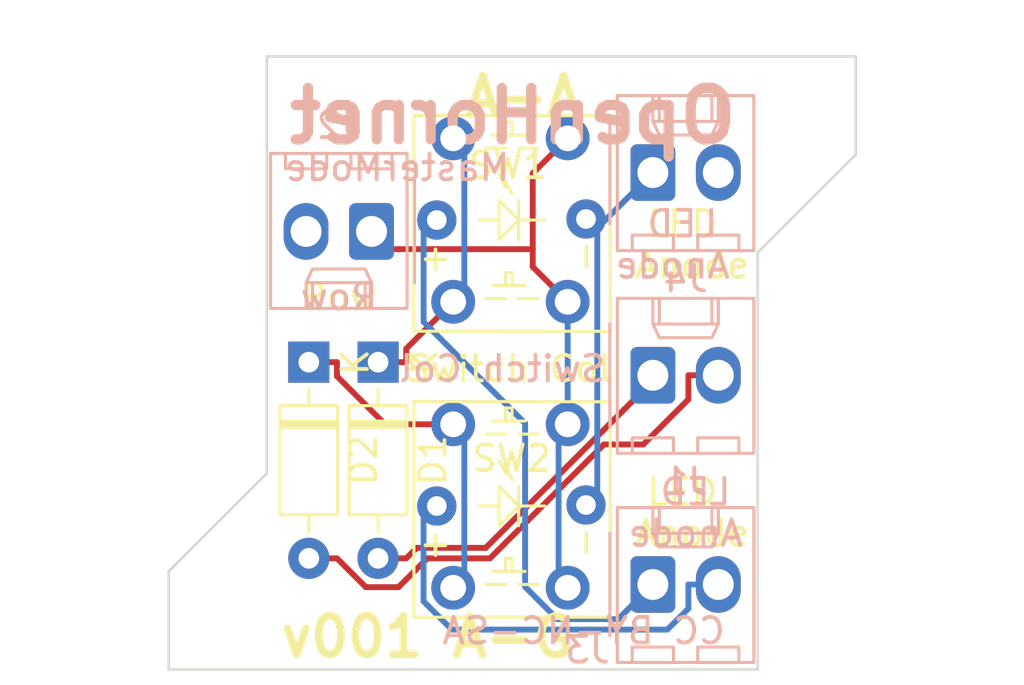
<source format=kicad_pcb>
(kicad_pcb (version 20171130) (host pcbnew "(5.1.5-0-10_14)")

  (general
    (thickness 1.6)
    (drawings 22)
    (tracks 57)
    (zones 0)
    (modules 10)
    (nets 11)
  )

  (page A4)
  (layers
    (0 F.Cu signal)
    (31 B.Cu signal)
    (32 B.Adhes user)
    (33 F.Adhes user)
    (34 B.Paste user)
    (35 F.Paste user)
    (36 B.SilkS user)
    (37 F.SilkS user)
    (38 B.Mask user)
    (39 F.Mask user)
    (40 Dwgs.User user)
    (41 Cmts.User user)
    (42 Eco1.User user)
    (43 Eco2.User user)
    (44 Edge.Cuts user)
    (45 Margin user)
    (46 B.CrtYd user)
    (47 F.CrtYd user)
    (48 B.Fab user)
    (49 F.Fab user)
  )

  (setup
    (last_trace_width 0.2286)
    (user_trace_width 0.6096)
    (trace_clearance 0.1778)
    (zone_clearance 0.508)
    (zone_45_only no)
    (trace_min 0.2)
    (via_size 0.6)
    (via_drill 0.4)
    (via_min_size 0.4)
    (via_min_drill 0.3)
    (uvia_size 0.3)
    (uvia_drill 0.1)
    (uvias_allowed no)
    (uvia_min_size 0.2)
    (uvia_min_drill 0.1)
    (edge_width 0.15)
    (segment_width 0.2)
    (pcb_text_width 0.3)
    (pcb_text_size 1.5 1.5)
    (mod_edge_width 0.15)
    (mod_text_size 1 1)
    (mod_text_width 0.15)
    (pad_size 0.6 0.6)
    (pad_drill 0.4)
    (pad_to_mask_clearance 0.2)
    (aux_axis_origin 144.74648 106.74748)
    (grid_origin 144.74648 106.74748)
    (visible_elements 7FFFFFFF)
    (pcbplotparams
      (layerselection 0x010f0_ffffffff)
      (usegerberextensions false)
      (usegerberattributes false)
      (usegerberadvancedattributes false)
      (creategerberjobfile false)
      (excludeedgelayer true)
      (linewidth 0.100000)
      (plotframeref false)
      (viasonmask false)
      (mode 1)
      (useauxorigin false)
      (hpglpennumber 1)
      (hpglpenspeed 20)
      (hpglpendiameter 15.000000)
      (psnegative false)
      (psa4output false)
      (plotreference true)
      (plotvalue true)
      (plotinvisibletext false)
      (padsonsilk false)
      (subtractmaskfromsilk false)
      (outputformat 1)
      (mirror false)
      (drillshape 0)
      (scaleselection 1)
      (outputdirectory "manufacturing/gerber/"))
  )

  (net 0 "")
  (net 1 "Net-(D1-Pad1)")
  (net 2 "Net-(D1-Pad2)")
  (net 3 "Net-(D2-Pad2)")
  (net 4 "Net-(D2-Pad1)")
  (net 5 "Net-(J2-Pad2)")
  (net 6 "Net-(J2-Pad1)")
  (net 7 "Net-(J3-Pad2)")
  (net 8 "Net-(J3-Pad1)")
  (net 9 "Net-(J4-Pad2)")
  (net 10 "Net-(J4-Pad1)")

  (net_class Default "This is the default net class."
    (clearance 0.1778)
    (trace_width 0.2286)
    (via_dia 0.6)
    (via_drill 0.4)
    (uvia_dia 0.3)
    (uvia_drill 0.1)
    (add_net "Net-(D1-Pad1)")
    (add_net "Net-(D1-Pad2)")
    (add_net "Net-(D2-Pad1)")
    (add_net "Net-(D2-Pad2)")
    (add_net "Net-(J2-Pad1)")
    (add_net "Net-(J2-Pad2)")
    (add_net "Net-(J3-Pad1)")
    (add_net "Net-(J3-Pad2)")
    (add_net "Net-(J4-Pad1)")
    (add_net "Net-(J4-Pad2)")
  )

  (net_class power ""
    (clearance 0.2032)
    (trace_width 0.381)
    (via_dia 0.6)
    (via_drill 0.4)
    (uvia_dia 0.3)
    (uvia_drill 0.1)
  )

  (module PT_Library_v001:Molex_1x02_P2.54mm_Vertical (layer B.Cu) (tedit 5B78013E) (tstamp 5EE57CE3)
    (at 140.682 87.4435)
    (descr "Molex KK-254 Interconnect System, old/engineering part number: AE-6410-02A example for new part number: 22-27-2021, 2 Pins (http://www.molex.com/pdm_docs/sd/022272021_sd.pdf), generated with kicad-footprint-generator")
    (tags "connector Molex KK-254 side entry")
    (path /5EE63788)
    (fp_text reference J4 (at 1.27 4.12) (layer B.SilkS)
      (effects (font (size 1 1) (thickness 0.15)) (justify mirror))
    )
    (fp_text value Conn_01x02_Female (at 1.27 -4.08) (layer B.Fab)
      (effects (font (size 1 1) (thickness 0.15)) (justify mirror))
    )
    (fp_text user %R (at 1.27 2.22) (layer B.Fab)
      (effects (font (size 1 1) (thickness 0.15)) (justify mirror))
    )
    (fp_line (start 4.31 3.42) (end -1.77 3.42) (layer B.CrtYd) (width 0.05))
    (fp_line (start 4.31 -3.38) (end 4.31 3.42) (layer B.CrtYd) (width 0.05))
    (fp_line (start -1.77 -3.38) (end 4.31 -3.38) (layer B.CrtYd) (width 0.05))
    (fp_line (start -1.77 3.42) (end -1.77 -3.38) (layer B.CrtYd) (width 0.05))
    (fp_line (start 3.34 2.43) (end 3.34 3.03) (layer B.SilkS) (width 0.12))
    (fp_line (start 1.74 2.43) (end 3.34 2.43) (layer B.SilkS) (width 0.12))
    (fp_line (start 1.74 3.03) (end 1.74 2.43) (layer B.SilkS) (width 0.12))
    (fp_line (start 0.8 2.43) (end 0.8 3.03) (layer B.SilkS) (width 0.12))
    (fp_line (start -0.8 2.43) (end 0.8 2.43) (layer B.SilkS) (width 0.12))
    (fp_line (start -0.8 3.03) (end -0.8 2.43) (layer B.SilkS) (width 0.12))
    (fp_line (start 2.29 -2.99) (end 2.29 -1.99) (layer B.SilkS) (width 0.12))
    (fp_line (start 0.25 -2.99) (end 0.25 -1.99) (layer B.SilkS) (width 0.12))
    (fp_line (start 2.29 -1.46) (end 2.54 -1.99) (layer B.SilkS) (width 0.12))
    (fp_line (start 0.25 -1.46) (end 2.29 -1.46) (layer B.SilkS) (width 0.12))
    (fp_line (start 0 -1.99) (end 0.25 -1.46) (layer B.SilkS) (width 0.12))
    (fp_line (start 2.54 -1.99) (end 2.54 -2.99) (layer B.SilkS) (width 0.12))
    (fp_line (start 0 -1.99) (end 2.54 -1.99) (layer B.SilkS) (width 0.12))
    (fp_line (start 0 -2.99) (end 0 -1.99) (layer B.SilkS) (width 0.12))
    (fp_line (start -0.562893 0) (end -1.27 -0.5) (layer B.Fab) (width 0.1))
    (fp_line (start -1.27 0.5) (end -0.562893 0) (layer B.Fab) (width 0.1))
    (fp_line (start -1.67 2) (end -1.67 -2) (layer B.SilkS) (width 0.12))
    (fp_line (start 3.92 3.03) (end -1.38 3.03) (layer B.SilkS) (width 0.12))
    (fp_line (start 3.92 -2.99) (end 3.92 3.03) (layer B.SilkS) (width 0.12))
    (fp_line (start -1.38 -2.99) (end 3.92 -2.99) (layer B.SilkS) (width 0.12))
    (fp_line (start -1.38 3.03) (end -1.38 -2.99) (layer B.SilkS) (width 0.12))
    (fp_line (start 3.81 2.92) (end -1.27 2.92) (layer B.Fab) (width 0.1))
    (fp_line (start 3.81 -2.88) (end 3.81 2.92) (layer B.Fab) (width 0.1))
    (fp_line (start -1.27 -2.88) (end 3.81 -2.88) (layer B.Fab) (width 0.1))
    (fp_line (start -1.27 2.92) (end -1.27 -2.88) (layer B.Fab) (width 0.1))
    (pad 2 thru_hole oval (at 2.54 0) (size 1.74 2.2) (drill 1.2) (layers *.Cu *.Mask)
      (net 9 "Net-(J4-Pad2)"))
    (pad 1 thru_hole roundrect (at 0 0) (size 1.74 2.2) (drill 1.2) (layers *.Cu *.Mask) (roundrect_rratio 0.143678)
      (net 10 "Net-(J4-Pad1)"))
    (model ${KISYS3DMOD}/Connector_Molex.3dshapes/Molex_KK-254_AE-6410-02A_1x02_P2.54mm_Vertical.wrl
      (at (xyz 0 0 0))
      (scale (xyz 1 1 1))
      (rotate (xyz 0 0 0))
    )
  )

  (module PT_Library_v001:Molex_1x02_P2.54mm_Vertical (layer B.Cu) (tedit 5B78013E) (tstamp 5EE57CBF)
    (at 140.682 103.445)
    (descr "Molex KK-254 Interconnect System, old/engineering part number: AE-6410-02A example for new part number: 22-27-2021, 2 Pins (http://www.molex.com/pdm_docs/sd/022272021_sd.pdf), generated with kicad-footprint-generator")
    (tags "connector Molex KK-254 side entry")
    (path /5EE6322E)
    (fp_text reference J3 (at -2.53952 2.54048) (layer B.SilkS)
      (effects (font (size 1 1) (thickness 0.15)) (justify mirror))
    )
    (fp_text value Conn_01x02_Female (at 1.27 -4.08) (layer B.Fab)
      (effects (font (size 1 1) (thickness 0.15)) (justify mirror))
    )
    (fp_text user %R (at 1.27 2.22) (layer B.Fab)
      (effects (font (size 1 1) (thickness 0.15)) (justify mirror))
    )
    (fp_line (start 4.31 3.42) (end -1.77 3.42) (layer B.CrtYd) (width 0.05))
    (fp_line (start 4.31 -3.38) (end 4.31 3.42) (layer B.CrtYd) (width 0.05))
    (fp_line (start -1.77 -3.38) (end 4.31 -3.38) (layer B.CrtYd) (width 0.05))
    (fp_line (start -1.77 3.42) (end -1.77 -3.38) (layer B.CrtYd) (width 0.05))
    (fp_line (start 3.34 2.43) (end 3.34 3.03) (layer B.SilkS) (width 0.12))
    (fp_line (start 1.74 2.43) (end 3.34 2.43) (layer B.SilkS) (width 0.12))
    (fp_line (start 1.74 3.03) (end 1.74 2.43) (layer B.SilkS) (width 0.12))
    (fp_line (start 0.8 2.43) (end 0.8 3.03) (layer B.SilkS) (width 0.12))
    (fp_line (start -0.8 2.43) (end 0.8 2.43) (layer B.SilkS) (width 0.12))
    (fp_line (start -0.8 3.03) (end -0.8 2.43) (layer B.SilkS) (width 0.12))
    (fp_line (start 2.29 -2.99) (end 2.29 -1.99) (layer B.SilkS) (width 0.12))
    (fp_line (start 0.25 -2.99) (end 0.25 -1.99) (layer B.SilkS) (width 0.12))
    (fp_line (start 2.29 -1.46) (end 2.54 -1.99) (layer B.SilkS) (width 0.12))
    (fp_line (start 0.25 -1.46) (end 2.29 -1.46) (layer B.SilkS) (width 0.12))
    (fp_line (start 0 -1.99) (end 0.25 -1.46) (layer B.SilkS) (width 0.12))
    (fp_line (start 2.54 -1.99) (end 2.54 -2.99) (layer B.SilkS) (width 0.12))
    (fp_line (start 0 -1.99) (end 2.54 -1.99) (layer B.SilkS) (width 0.12))
    (fp_line (start 0 -2.99) (end 0 -1.99) (layer B.SilkS) (width 0.12))
    (fp_line (start -0.562893 0) (end -1.27 -0.5) (layer B.Fab) (width 0.1))
    (fp_line (start -1.27 0.5) (end -0.562893 0) (layer B.Fab) (width 0.1))
    (fp_line (start -1.67 2) (end -1.67 -2) (layer B.SilkS) (width 0.12))
    (fp_line (start 3.92 3.03) (end -1.38 3.03) (layer B.SilkS) (width 0.12))
    (fp_line (start 3.92 -2.99) (end 3.92 3.03) (layer B.SilkS) (width 0.12))
    (fp_line (start -1.38 -2.99) (end 3.92 -2.99) (layer B.SilkS) (width 0.12))
    (fp_line (start -1.38 3.03) (end -1.38 -2.99) (layer B.SilkS) (width 0.12))
    (fp_line (start 3.81 2.92) (end -1.27 2.92) (layer B.Fab) (width 0.1))
    (fp_line (start 3.81 -2.88) (end 3.81 2.92) (layer B.Fab) (width 0.1))
    (fp_line (start -1.27 -2.88) (end 3.81 -2.88) (layer B.Fab) (width 0.1))
    (fp_line (start -1.27 2.92) (end -1.27 -2.88) (layer B.Fab) (width 0.1))
    (pad 2 thru_hole oval (at 2.54 0) (size 1.74 2.2) (drill 1.2) (layers *.Cu *.Mask)
      (net 7 "Net-(J3-Pad2)"))
    (pad 1 thru_hole roundrect (at 0 0) (size 1.74 2.2) (drill 1.2) (layers *.Cu *.Mask) (roundrect_rratio 0.143678)
      (net 8 "Net-(J3-Pad1)"))
    (model ${KISYS3DMOD}/Connector_Molex.3dshapes/Molex_KK-254_AE-6410-02A_1x02_P2.54mm_Vertical.wrl
      (at (xyz 0 0 0))
      (scale (xyz 1 1 1))
      (rotate (xyz 0 0 0))
    )
  )

  (module PT_Library_v001:Molex_1x02_P2.54mm_Vertical (layer B.Cu) (tedit 5B78013E) (tstamp 5EE57C9B)
    (at 129.76 89.7295 180)
    (descr "Molex KK-254 Interconnect System, old/engineering part number: AE-6410-02A example for new part number: 22-27-2021, 2 Pins (http://www.molex.com/pdm_docs/sd/022272021_sd.pdf), generated with kicad-footprint-generator")
    (tags "connector Molex KK-254 side entry")
    (path /5EE6287D)
    (fp_text reference J2 (at 1.27 4.12) (layer B.SilkS)
      (effects (font (size 1 1) (thickness 0.15)) (justify mirror))
    )
    (fp_text value Conn_01x02_Female (at 1.27 -4.08) (layer B.Fab)
      (effects (font (size 1 1) (thickness 0.15)) (justify mirror))
    )
    (fp_text user %R (at 1.27 2.22) (layer B.Fab)
      (effects (font (size 1 1) (thickness 0.15)) (justify mirror))
    )
    (fp_line (start 4.31 3.42) (end -1.77 3.42) (layer B.CrtYd) (width 0.05))
    (fp_line (start 4.31 -3.38) (end 4.31 3.42) (layer B.CrtYd) (width 0.05))
    (fp_line (start -1.77 -3.38) (end 4.31 -3.38) (layer B.CrtYd) (width 0.05))
    (fp_line (start -1.77 3.42) (end -1.77 -3.38) (layer B.CrtYd) (width 0.05))
    (fp_line (start 3.34 2.43) (end 3.34 3.03) (layer B.SilkS) (width 0.12))
    (fp_line (start 1.74 2.43) (end 3.34 2.43) (layer B.SilkS) (width 0.12))
    (fp_line (start 1.74 3.03) (end 1.74 2.43) (layer B.SilkS) (width 0.12))
    (fp_line (start 0.8 2.43) (end 0.8 3.03) (layer B.SilkS) (width 0.12))
    (fp_line (start -0.8 2.43) (end 0.8 2.43) (layer B.SilkS) (width 0.12))
    (fp_line (start -0.8 3.03) (end -0.8 2.43) (layer B.SilkS) (width 0.12))
    (fp_line (start 2.29 -2.99) (end 2.29 -1.99) (layer B.SilkS) (width 0.12))
    (fp_line (start 0.25 -2.99) (end 0.25 -1.99) (layer B.SilkS) (width 0.12))
    (fp_line (start 2.29 -1.46) (end 2.54 -1.99) (layer B.SilkS) (width 0.12))
    (fp_line (start 0.25 -1.46) (end 2.29 -1.46) (layer B.SilkS) (width 0.12))
    (fp_line (start 0 -1.99) (end 0.25 -1.46) (layer B.SilkS) (width 0.12))
    (fp_line (start 2.54 -1.99) (end 2.54 -2.99) (layer B.SilkS) (width 0.12))
    (fp_line (start 0 -1.99) (end 2.54 -1.99) (layer B.SilkS) (width 0.12))
    (fp_line (start 0 -2.99) (end 0 -1.99) (layer B.SilkS) (width 0.12))
    (fp_line (start -0.562893 0) (end -1.27 -0.5) (layer B.Fab) (width 0.1))
    (fp_line (start -1.27 0.5) (end -0.562893 0) (layer B.Fab) (width 0.1))
    (fp_line (start -1.67 2) (end -1.67 -2) (layer B.SilkS) (width 0.12))
    (fp_line (start 3.92 3.03) (end -1.38 3.03) (layer B.SilkS) (width 0.12))
    (fp_line (start 3.92 -2.99) (end 3.92 3.03) (layer B.SilkS) (width 0.12))
    (fp_line (start -1.38 -2.99) (end 3.92 -2.99) (layer B.SilkS) (width 0.12))
    (fp_line (start -1.38 3.03) (end -1.38 -2.99) (layer B.SilkS) (width 0.12))
    (fp_line (start 3.81 2.92) (end -1.27 2.92) (layer B.Fab) (width 0.1))
    (fp_line (start 3.81 -2.88) (end 3.81 2.92) (layer B.Fab) (width 0.1))
    (fp_line (start -1.27 -2.88) (end 3.81 -2.88) (layer B.Fab) (width 0.1))
    (fp_line (start -1.27 2.92) (end -1.27 -2.88) (layer B.Fab) (width 0.1))
    (pad 2 thru_hole oval (at 2.54 0 180) (size 1.74 2.2) (drill 1.2) (layers *.Cu *.Mask)
      (net 5 "Net-(J2-Pad2)"))
    (pad 1 thru_hole roundrect (at 0 0 180) (size 1.74 2.2) (drill 1.2) (layers *.Cu *.Mask) (roundrect_rratio 0.143678)
      (net 6 "Net-(J2-Pad1)"))
    (model ${KISYS3DMOD}/Connector_Molex.3dshapes/Molex_KK-254_AE-6410-02A_1x02_P2.54mm_Vertical.wrl
      (at (xyz 0 0 0))
      (scale (xyz 1 1 1))
      (rotate (xyz 0 0 0))
    )
  )

  (module PT_Library_v001:Molex_1x02_P2.54mm_Vertical (layer B.Cu) (tedit 5B78013E) (tstamp 5EE57C77)
    (at 140.682 95.3175)
    (descr "Molex KK-254 Interconnect System, old/engineering part number: AE-6410-02A example for new part number: 22-27-2021, 2 Pins (http://www.molex.com/pdm_docs/sd/022272021_sd.pdf), generated with kicad-footprint-generator")
    (tags "connector Molex KK-254 side entry")
    (path /5EE61859)
    (fp_text reference J1 (at 1.27 4.12) (layer B.SilkS)
      (effects (font (size 1 1) (thickness 0.15)) (justify mirror))
    )
    (fp_text value Conn_01x02_Female (at 1.27 -4.08) (layer B.Fab)
      (effects (font (size 1 1) (thickness 0.15)) (justify mirror))
    )
    (fp_text user %R (at 1.27 2.22) (layer B.Fab)
      (effects (font (size 1 1) (thickness 0.15)) (justify mirror))
    )
    (fp_line (start 4.31 3.42) (end -1.77 3.42) (layer B.CrtYd) (width 0.05))
    (fp_line (start 4.31 -3.38) (end 4.31 3.42) (layer B.CrtYd) (width 0.05))
    (fp_line (start -1.77 -3.38) (end 4.31 -3.38) (layer B.CrtYd) (width 0.05))
    (fp_line (start -1.77 3.42) (end -1.77 -3.38) (layer B.CrtYd) (width 0.05))
    (fp_line (start 3.34 2.43) (end 3.34 3.03) (layer B.SilkS) (width 0.12))
    (fp_line (start 1.74 2.43) (end 3.34 2.43) (layer B.SilkS) (width 0.12))
    (fp_line (start 1.74 3.03) (end 1.74 2.43) (layer B.SilkS) (width 0.12))
    (fp_line (start 0.8 2.43) (end 0.8 3.03) (layer B.SilkS) (width 0.12))
    (fp_line (start -0.8 2.43) (end 0.8 2.43) (layer B.SilkS) (width 0.12))
    (fp_line (start -0.8 3.03) (end -0.8 2.43) (layer B.SilkS) (width 0.12))
    (fp_line (start 2.29 -2.99) (end 2.29 -1.99) (layer B.SilkS) (width 0.12))
    (fp_line (start 0.25 -2.99) (end 0.25 -1.99) (layer B.SilkS) (width 0.12))
    (fp_line (start 2.29 -1.46) (end 2.54 -1.99) (layer B.SilkS) (width 0.12))
    (fp_line (start 0.25 -1.46) (end 2.29 -1.46) (layer B.SilkS) (width 0.12))
    (fp_line (start 0 -1.99) (end 0.25 -1.46) (layer B.SilkS) (width 0.12))
    (fp_line (start 2.54 -1.99) (end 2.54 -2.99) (layer B.SilkS) (width 0.12))
    (fp_line (start 0 -1.99) (end 2.54 -1.99) (layer B.SilkS) (width 0.12))
    (fp_line (start 0 -2.99) (end 0 -1.99) (layer B.SilkS) (width 0.12))
    (fp_line (start -0.562893 0) (end -1.27 -0.5) (layer B.Fab) (width 0.1))
    (fp_line (start -1.27 0.5) (end -0.562893 0) (layer B.Fab) (width 0.1))
    (fp_line (start -1.67 2) (end -1.67 -2) (layer B.SilkS) (width 0.12))
    (fp_line (start 3.92 3.03) (end -1.38 3.03) (layer B.SilkS) (width 0.12))
    (fp_line (start 3.92 -2.99) (end 3.92 3.03) (layer B.SilkS) (width 0.12))
    (fp_line (start -1.38 -2.99) (end 3.92 -2.99) (layer B.SilkS) (width 0.12))
    (fp_line (start -1.38 3.03) (end -1.38 -2.99) (layer B.SilkS) (width 0.12))
    (fp_line (start 3.81 2.92) (end -1.27 2.92) (layer B.Fab) (width 0.1))
    (fp_line (start 3.81 -2.88) (end 3.81 2.92) (layer B.Fab) (width 0.1))
    (fp_line (start -1.27 -2.88) (end 3.81 -2.88) (layer B.Fab) (width 0.1))
    (fp_line (start -1.27 2.92) (end -1.27 -2.88) (layer B.Fab) (width 0.1))
    (pad 2 thru_hole oval (at 2.54 0) (size 1.74 2.2) (drill 1.2) (layers *.Cu *.Mask)
      (net 3 "Net-(D2-Pad2)"))
    (pad 1 thru_hole roundrect (at 0 0) (size 1.74 2.2) (drill 1.2) (layers *.Cu *.Mask) (roundrect_rratio 0.143678)
      (net 2 "Net-(D1-Pad2)"))
    (model ${KISYS3DMOD}/Connector_Molex.3dshapes/Molex_KK-254_AE-6410-02A_1x02_P2.54mm_Vertical.wrl
      (at (xyz 0 0 0))
      (scale (xyz 1 1 1))
      (rotate (xyz 0 0 0))
    )
  )

  (module PT_Library_v001:PT_Small_Tactile_Switch_With_LED (layer F.Cu) (tedit 5EE4152B) (tstamp 5A9A0E10)
    (at 135.216 100.397 90)
    (path /5A8A41DA)
    (fp_text reference SW2 (at 1.85 -0.02) (layer F.SilkS)
      (effects (font (size 1 1) (thickness 0.15)))
    )
    (fp_text value push (at 0 -0.5 90) (layer F.Fab)
      (effects (font (size 1 1) (thickness 0.15)))
    )
    (fp_line (start -4.318 -3.81) (end -3.048 -3.81) (layer F.SilkS) (width 0.12))
    (fp_line (start -4.32 3.81) (end -4.318 -3.81) (layer F.SilkS) (width 0.12))
    (fp_line (start 4.07 3.81) (end -4.312 3.81) (layer F.SilkS) (width 0.12))
    (fp_line (start 4.064 -3.81) (end 4.05 3.81) (layer F.SilkS) (width 0.12))
    (fp_line (start -4.064 -3.81) (end 4.064 -3.81) (layer F.SilkS) (width 0.12))
    (fp_text user - (at -1.42 2.81 90) (layer F.SilkS)
      (effects (font (size 1 1) (thickness 0.15)))
    )
    (fp_line (start 3.81 0) (end 3.302 0) (layer F.SilkS) (width 0.12))
    (fp_line (start 2.794 -1.016) (end 2.794 -0.254) (layer F.SilkS) (width 0.12))
    (fp_line (start 3.81 -0.254) (end 3.81 0) (layer F.SilkS) (width 0.12))
    (fp_line (start 3.302 -0.762) (end 3.302 0.508) (layer F.SilkS) (width 0.12))
    (fp_line (start 2.794 0.254) (end 2.794 1.016) (layer F.SilkS) (width 0.12))
    (fp_line (start 3.302 -0.254) (end 3.81 -0.254) (layer F.SilkS) (width 0.12))
    (fp_line (start -2.032 0) (end -2.54 0) (layer F.SilkS) (width 0.12))
    (fp_line (start -2.032 -0.254) (end -2.032 0) (layer F.SilkS) (width 0.12))
    (fp_line (start -2.54 -0.254) (end -2.032 -0.254) (layer F.SilkS) (width 0.12))
    (fp_line (start -2.54 -0.762) (end -2.54 0.508) (layer F.SilkS) (width 0.12))
    (fp_line (start -3.048 0.254) (end -3.048 1.016) (layer F.SilkS) (width 0.12))
    (fp_line (start -3.048 -1.016) (end -3.048 -0.254) (layer F.SilkS) (width 0.12))
    (fp_line (start 1.524 -0.254) (end 1.016 0) (layer F.SilkS) (width 0.12))
    (fp_line (start 1.27 -0.254) (end 1.524 -0.254) (layer F.SilkS) (width 0.12))
    (fp_line (start 1.778 -0.508) (end 1.27 -0.254) (layer F.SilkS) (width 0.12))
    (fp_line (start 0 0.254) (end 0 1.27) (layer F.SilkS) (width 0.12))
    (fp_line (start -0.762 0.254) (end 0 0.254) (layer F.SilkS) (width 0.12))
    (fp_line (start 0.762 0.254) (end -0.762 0.254) (layer F.SilkS) (width 0.12))
    (fp_line (start -0.762 -0.508) (end 0 -0.508) (layer F.SilkS) (width 0.12))
    (fp_line (start 0 0.254) (end -0.762 -0.508) (layer F.SilkS) (width 0.12))
    (fp_line (start 0.762 -0.508) (end 0 0.254) (layer F.SilkS) (width 0.12))
    (fp_line (start 0 -0.508) (end 0.762 -0.508) (layer F.SilkS) (width 0.12))
    (fp_line (start 0 -1.27) (end 0 -0.508) (layer F.SilkS) (width 0.12))
    (fp_text user + (at -1.524 -3.048 90) (layer F.SilkS)
      (effects (font (size 1 1) (thickness 0.15)))
    )
    (pad 6 thru_hole circle (at 0.04 2.87 90) (size 1.524 1.524) (drill 0.762) (layers *.Cu *.Mask)
      (net 10 "Net-(J4-Pad1)"))
    (pad 5 thru_hole circle (at 0 -2.921 90) (size 1.524 1.524) (drill 0.762) (layers *.Cu *.Mask)
      (net 7 "Net-(J3-Pad2)"))
    (pad 4 thru_hole circle (at 3.175 2.159 90) (size 1.7 1.7) (drill 1) (layers *.Cu *.Mask)
      (net 6 "Net-(J2-Pad1)"))
    (pad 3 thru_hole circle (at -3.175 2.159 90) (size 1.7 1.7) (drill 1) (layers *.Cu *.Mask)
      (net 6 "Net-(J2-Pad1)"))
    (pad 2 thru_hole circle (at 3.175 -2.286 90) (size 1.7 1.7) (drill 1) (layers *.Cu *.Mask)
      (net 4 "Net-(D2-Pad1)"))
    (pad 1 thru_hole circle (at -3.175 -2.286 90) (size 1.7 1.7) (drill 1) (layers *.Cu *.Mask)
      (net 4 "Net-(D2-Pad1)"))
  )

  (module PT_Library_v001:PT_Small_Tactile_Switch_With_LED (layer F.Cu) (tedit 5EE4152B) (tstamp 5A7BFA59)
    (at 135.216 89.2875 90)
    (path /5A7BCF73)
    (fp_text reference SW1 (at 2.12 -0.16) (layer F.SilkS)
      (effects (font (size 1 1) (thickness 0.15)))
    )
    (fp_text value push (at 0 -0.5 90) (layer F.Fab)
      (effects (font (size 1 1) (thickness 0.15)))
    )
    (fp_line (start -4.318 -3.81) (end -3.048 -3.81) (layer F.SilkS) (width 0.12))
    (fp_line (start -4.32 3.81) (end -4.318 -3.81) (layer F.SilkS) (width 0.12))
    (fp_line (start 4.07 3.81) (end -4.312 3.81) (layer F.SilkS) (width 0.12))
    (fp_line (start 4.064 -3.81) (end 4.05 3.81) (layer F.SilkS) (width 0.12))
    (fp_line (start -4.064 -3.81) (end 4.064 -3.81) (layer F.SilkS) (width 0.12))
    (fp_text user - (at -1.42 2.81 90) (layer F.SilkS)
      (effects (font (size 1 1) (thickness 0.15)))
    )
    (fp_line (start 3.81 0) (end 3.302 0) (layer F.SilkS) (width 0.12))
    (fp_line (start 2.794 -1.016) (end 2.794 -0.254) (layer F.SilkS) (width 0.12))
    (fp_line (start 3.81 -0.254) (end 3.81 0) (layer F.SilkS) (width 0.12))
    (fp_line (start 3.302 -0.762) (end 3.302 0.508) (layer F.SilkS) (width 0.12))
    (fp_line (start 2.794 0.254) (end 2.794 1.016) (layer F.SilkS) (width 0.12))
    (fp_line (start 3.302 -0.254) (end 3.81 -0.254) (layer F.SilkS) (width 0.12))
    (fp_line (start -2.032 0) (end -2.54 0) (layer F.SilkS) (width 0.12))
    (fp_line (start -2.032 -0.254) (end -2.032 0) (layer F.SilkS) (width 0.12))
    (fp_line (start -2.54 -0.254) (end -2.032 -0.254) (layer F.SilkS) (width 0.12))
    (fp_line (start -2.54 -0.762) (end -2.54 0.508) (layer F.SilkS) (width 0.12))
    (fp_line (start -3.048 0.254) (end -3.048 1.016) (layer F.SilkS) (width 0.12))
    (fp_line (start -3.048 -1.016) (end -3.048 -0.254) (layer F.SilkS) (width 0.12))
    (fp_line (start 1.524 -0.254) (end 1.016 0) (layer F.SilkS) (width 0.12))
    (fp_line (start 1.27 -0.254) (end 1.524 -0.254) (layer F.SilkS) (width 0.12))
    (fp_line (start 1.778 -0.508) (end 1.27 -0.254) (layer F.SilkS) (width 0.12))
    (fp_line (start 0 0.254) (end 0 1.27) (layer F.SilkS) (width 0.12))
    (fp_line (start -0.762 0.254) (end 0 0.254) (layer F.SilkS) (width 0.12))
    (fp_line (start 0.762 0.254) (end -0.762 0.254) (layer F.SilkS) (width 0.12))
    (fp_line (start -0.762 -0.508) (end 0 -0.508) (layer F.SilkS) (width 0.12))
    (fp_line (start 0 0.254) (end -0.762 -0.508) (layer F.SilkS) (width 0.12))
    (fp_line (start 0.762 -0.508) (end 0 0.254) (layer F.SilkS) (width 0.12))
    (fp_line (start 0 -0.508) (end 0.762 -0.508) (layer F.SilkS) (width 0.12))
    (fp_line (start 0 -1.27) (end 0 -0.508) (layer F.SilkS) (width 0.12))
    (fp_text user + (at -1.524 -3.048 90) (layer F.SilkS)
      (effects (font (size 1 1) (thickness 0.15)))
    )
    (pad 6 thru_hole circle (at 0.04 2.87 90) (size 1.524 1.524) (drill 0.762) (layers *.Cu *.Mask)
      (net 10 "Net-(J4-Pad1)"))
    (pad 5 thru_hole circle (at 0 -2.921 90) (size 1.524 1.524) (drill 0.762) (layers *.Cu *.Mask)
      (net 8 "Net-(J3-Pad1)"))
    (pad 4 thru_hole circle (at 3.175 2.159 90) (size 1.7 1.7) (drill 1) (layers *.Cu *.Mask)
      (net 6 "Net-(J2-Pad1)"))
    (pad 3 thru_hole circle (at -3.175 2.159 90) (size 1.7 1.7) (drill 1) (layers *.Cu *.Mask)
      (net 6 "Net-(J2-Pad1)"))
    (pad 2 thru_hole circle (at 3.175 -2.286 90) (size 1.7 1.7) (drill 1) (layers *.Cu *.Mask)
      (net 1 "Net-(D1-Pad1)"))
    (pad 1 thru_hole circle (at -3.175 -2.286 90) (size 1.7 1.7) (drill 1) (layers *.Cu *.Mask)
      (net 1 "Net-(D1-Pad1)"))
  )

  (module Diode_THT:D_DO-35_SOD27_P7.62mm_Horizontal (layer F.Cu) (tedit 5AE50CD5) (tstamp 5EE57C53)
    (at 127.326 94.8095 270)
    (descr "Diode, DO-35_SOD27 series, Axial, Horizontal, pin pitch=7.62mm, , length*diameter=4*2mm^2, , http://www.diodes.com/_files/packages/DO-35.pdf")
    (tags "Diode DO-35_SOD27 series Axial Horizontal pin pitch 7.62mm  length 4mm diameter 2mm")
    (path /5EE5E65E)
    (fp_text reference D2 (at 3.81 -2.12 90) (layer F.SilkS)
      (effects (font (size 1 1) (thickness 0.15)))
    )
    (fp_text value 1N4148 (at 3.81 2.12 90) (layer F.Fab)
      (effects (font (size 1 1) (thickness 0.15)))
    )
    (fp_text user K (at 0 -1.8 90) (layer F.SilkS)
      (effects (font (size 1 1) (thickness 0.15)))
    )
    (fp_text user K (at 0 -1.8 90) (layer F.Fab)
      (effects (font (size 1 1) (thickness 0.15)))
    )
    (fp_text user %R (at 4.11 0 90) (layer F.Fab)
      (effects (font (size 0.8 0.8) (thickness 0.12)))
    )
    (fp_line (start 8.67 -1.25) (end -1.05 -1.25) (layer F.CrtYd) (width 0.05))
    (fp_line (start 8.67 1.25) (end 8.67 -1.25) (layer F.CrtYd) (width 0.05))
    (fp_line (start -1.05 1.25) (end 8.67 1.25) (layer F.CrtYd) (width 0.05))
    (fp_line (start -1.05 -1.25) (end -1.05 1.25) (layer F.CrtYd) (width 0.05))
    (fp_line (start 2.29 -1.12) (end 2.29 1.12) (layer F.SilkS) (width 0.12))
    (fp_line (start 2.53 -1.12) (end 2.53 1.12) (layer F.SilkS) (width 0.12))
    (fp_line (start 2.41 -1.12) (end 2.41 1.12) (layer F.SilkS) (width 0.12))
    (fp_line (start 6.58 0) (end 5.93 0) (layer F.SilkS) (width 0.12))
    (fp_line (start 1.04 0) (end 1.69 0) (layer F.SilkS) (width 0.12))
    (fp_line (start 5.93 -1.12) (end 1.69 -1.12) (layer F.SilkS) (width 0.12))
    (fp_line (start 5.93 1.12) (end 5.93 -1.12) (layer F.SilkS) (width 0.12))
    (fp_line (start 1.69 1.12) (end 5.93 1.12) (layer F.SilkS) (width 0.12))
    (fp_line (start 1.69 -1.12) (end 1.69 1.12) (layer F.SilkS) (width 0.12))
    (fp_line (start 2.31 -1) (end 2.31 1) (layer F.Fab) (width 0.1))
    (fp_line (start 2.51 -1) (end 2.51 1) (layer F.Fab) (width 0.1))
    (fp_line (start 2.41 -1) (end 2.41 1) (layer F.Fab) (width 0.1))
    (fp_line (start 7.62 0) (end 5.81 0) (layer F.Fab) (width 0.1))
    (fp_line (start 0 0) (end 1.81 0) (layer F.Fab) (width 0.1))
    (fp_line (start 5.81 -1) (end 1.81 -1) (layer F.Fab) (width 0.1))
    (fp_line (start 5.81 1) (end 5.81 -1) (layer F.Fab) (width 0.1))
    (fp_line (start 1.81 1) (end 5.81 1) (layer F.Fab) (width 0.1))
    (fp_line (start 1.81 -1) (end 1.81 1) (layer F.Fab) (width 0.1))
    (pad 2 thru_hole oval (at 7.62 0 270) (size 1.6 1.6) (drill 0.8) (layers *.Cu *.Mask)
      (net 3 "Net-(D2-Pad2)"))
    (pad 1 thru_hole rect (at 0 0 270) (size 1.6 1.6) (drill 0.8) (layers *.Cu *.Mask)
      (net 4 "Net-(D2-Pad1)"))
    (model ${KISYS3DMOD}/Diode_THT.3dshapes/D_DO-35_SOD27_P7.62mm_Horizontal.wrl
      (at (xyz 0 0 0))
      (scale (xyz 1 1 1))
      (rotate (xyz 0 0 0))
    )
  )

  (module Diode_THT:D_DO-35_SOD27_P7.62mm_Horizontal (layer F.Cu) (tedit 5AE50CD5) (tstamp 5EE57C34)
    (at 130.014 94.8095 270)
    (descr "Diode, DO-35_SOD27 series, Axial, Horizontal, pin pitch=7.62mm, , length*diameter=4*2mm^2, , http://www.diodes.com/_files/packages/DO-35.pdf")
    (tags "Diode DO-35_SOD27 series Axial Horizontal pin pitch 7.62mm  length 4mm diameter 2mm")
    (path /5EE5D209)
    (fp_text reference D1 (at 3.81 -2.12 90) (layer F.SilkS)
      (effects (font (size 1 1) (thickness 0.15)))
    )
    (fp_text value 1N4148 (at 3.81 2.12 90) (layer F.Fab)
      (effects (font (size 1 1) (thickness 0.15)))
    )
    (fp_text user K (at 0 -1.8 90) (layer F.SilkS)
      (effects (font (size 1 1) (thickness 0.15)))
    )
    (fp_text user K (at 0 -1.8 90) (layer F.Fab)
      (effects (font (size 1 1) (thickness 0.15)))
    )
    (fp_text user %R (at 4.11 0 90) (layer F.Fab)
      (effects (font (size 0.8 0.8) (thickness 0.12)))
    )
    (fp_line (start 8.67 -1.25) (end -1.05 -1.25) (layer F.CrtYd) (width 0.05))
    (fp_line (start 8.67 1.25) (end 8.67 -1.25) (layer F.CrtYd) (width 0.05))
    (fp_line (start -1.05 1.25) (end 8.67 1.25) (layer F.CrtYd) (width 0.05))
    (fp_line (start -1.05 -1.25) (end -1.05 1.25) (layer F.CrtYd) (width 0.05))
    (fp_line (start 2.29 -1.12) (end 2.29 1.12) (layer F.SilkS) (width 0.12))
    (fp_line (start 2.53 -1.12) (end 2.53 1.12) (layer F.SilkS) (width 0.12))
    (fp_line (start 2.41 -1.12) (end 2.41 1.12) (layer F.SilkS) (width 0.12))
    (fp_line (start 6.58 0) (end 5.93 0) (layer F.SilkS) (width 0.12))
    (fp_line (start 1.04 0) (end 1.69 0) (layer F.SilkS) (width 0.12))
    (fp_line (start 5.93 -1.12) (end 1.69 -1.12) (layer F.SilkS) (width 0.12))
    (fp_line (start 5.93 1.12) (end 5.93 -1.12) (layer F.SilkS) (width 0.12))
    (fp_line (start 1.69 1.12) (end 5.93 1.12) (layer F.SilkS) (width 0.12))
    (fp_line (start 1.69 -1.12) (end 1.69 1.12) (layer F.SilkS) (width 0.12))
    (fp_line (start 2.31 -1) (end 2.31 1) (layer F.Fab) (width 0.1))
    (fp_line (start 2.51 -1) (end 2.51 1) (layer F.Fab) (width 0.1))
    (fp_line (start 2.41 -1) (end 2.41 1) (layer F.Fab) (width 0.1))
    (fp_line (start 7.62 0) (end 5.81 0) (layer F.Fab) (width 0.1))
    (fp_line (start 0 0) (end 1.81 0) (layer F.Fab) (width 0.1))
    (fp_line (start 5.81 -1) (end 1.81 -1) (layer F.Fab) (width 0.1))
    (fp_line (start 5.81 1) (end 5.81 -1) (layer F.Fab) (width 0.1))
    (fp_line (start 1.81 1) (end 5.81 1) (layer F.Fab) (width 0.1))
    (fp_line (start 1.81 -1) (end 1.81 1) (layer F.Fab) (width 0.1))
    (pad 2 thru_hole oval (at 7.62 0 270) (size 1.6 1.6) (drill 0.8) (layers *.Cu *.Mask)
      (net 2 "Net-(D1-Pad2)"))
    (pad 1 thru_hole rect (at 0 0 270) (size 1.6 1.6) (drill 0.8) (layers *.Cu *.Mask)
      (net 1 "Net-(D1-Pad1)"))
    (model ${KISYS3DMOD}/Diode_THT.3dshapes/D_DO-35_SOD27_P7.62mm_Horizontal.wrl
      (at (xyz 0 0 0))
      (scale (xyz 1 1 1))
      (rotate (xyz 0 0 0))
    )
  )

  (module Mounting_Holes:MountingHole_2.7mm_M2.5_ISO14580 locked (layer F.Cu) (tedit 56D1B4CB) (tstamp 5A7BD683)
    (at 146.646 84.8375 180)
    (descr "Mounting Hole 2.7mm, no annular, M2.5, ISO14580")
    (tags "mounting hole 2.7mm no annular m2.5 iso14580")
    (attr virtual)
    (fp_text reference H1 (at 0 -3.25 180) (layer F.SilkS) hide
      (effects (font (size 1 1) (thickness 0.15)))
    )
    (fp_text value Mouting_Hole_2.71mm (at 0 3.25 180) (layer F.Fab)
      (effects (font (size 1 1) (thickness 0.15)))
    )
    (fp_text user %R (at 0.3 0 180) (layer F.Fab)
      (effects (font (size 1 1) (thickness 0.15)))
    )
    (fp_circle (center 0 0) (end 2.25 0) (layer Cmts.User) (width 0.15))
    (fp_circle (center 0 0) (end 2.5 0) (layer F.CrtYd) (width 0.05))
    (pad 1 np_thru_hole circle (at 0 0 180) (size 2.7 2.7) (drill 2.7) (layers *.Cu *.Mask))
  )

  (module Mounting_Holes:MountingHole_2.7mm_M2.5_ISO14580 locked (layer F.Cu) (tedit 56D1B4CB) (tstamp 5A7BD75D)
    (at 123.796 104.847 180)
    (descr "Mounting Hole 2.7mm, no annular, M2.5, ISO14580")
    (tags "mounting hole 2.7mm no annular m2.5 iso14580")
    (attr virtual)
    (fp_text reference H2 (at 0 -3.25 180) (layer F.SilkS) hide
      (effects (font (size 1 1) (thickness 0.15)))
    )
    (fp_text value Mouting_Hole_2.71mm (at 0 3.25 180) (layer F.Fab)
      (effects (font (size 1 1) (thickness 0.15)))
    )
    (fp_text user %R (at 0.3 0 180) (layer F.Fab)
      (effects (font (size 1 1) (thickness 0.15)))
    )
    (fp_circle (center 0 0) (end 2.25 0) (layer Cmts.User) (width 0.15))
    (fp_circle (center 0 0) (end 2.5 0) (layer F.CrtYd) (width 0.05))
    (pad 1 np_thru_hole circle (at 0 0 180) (size 2.7 2.7) (drill 2.7) (layers *.Cu *.Mask))
  )

  (gr_text v001 (at 128.99848 105.47748) (layer F.SilkS)
    (effects (font (size 1.5 1.5) (thickness 0.3)))
  )
  (gr_text Row (at 128.49048 92.26948) (layer B.SilkS) (tstamp 5EEDE4F8)
    (effects (font (size 1 1) (thickness 0.15)) (justify mirror))
  )
  (gr_text Row (at 128.49048 92.26948) (layer F.SilkS) (tstamp 5EEDE4F3)
    (effects (font (size 1 1) (thickness 0.15)))
  )
  (gr_text "Switch Col" (at 134.84048 95.06348) (layer B.SilkS) (tstamp 5EEDE4EF)
    (effects (font (size 1 1) (thickness 0.15)) (justify mirror))
  )
  (gr_text "Switch Col" (at 135.09448 95.06348) (layer F.SilkS) (tstamp 5EEDE4C0)
    (effects (font (size 1 1) (thickness 0.15)))
  )
  (gr_text "LED \nAnode" (at 141.44448 90.23748) (layer B.SilkS) (tstamp 5EEDE4BC)
    (effects (font (size 1 1) (thickness 0.15)) (justify mirror))
  )
  (gr_text "LED \nAnode" (at 142.20648 90.23748) (layer F.SilkS) (tstamp 5EEDE4BA)
    (effects (font (size 1 1) (thickness 0.15)))
  )
  (gr_text "LED \nAnode" (at 141.95248 100.65148) (layer B.SilkS) (tstamp 5EEDE4B5)
    (effects (font (size 1 1) (thickness 0.15)) (justify mirror))
  )
  (gr_text "LED \nAnode" (at 142.20648 100.65148) (layer F.SilkS)
    (effects (font (size 1 1) (thickness 0.15)))
  )
  (gr_text "CC BY-NC-SA" (at 137.99648 105.24748) (layer B.SilkS) (tstamp 5DBC37D0)
    (effects (font (size 1 1) (thickness 0.15)) (justify mirror))
  )
  (gr_text MasterMode (at 130.74648 87.24748) (layer B.SilkS)
    (effects (font (size 1 1) (thickness 0.15)) (justify mirror))
  )
  (gr_text OpenHornet (at 135.24648 85.24748) (layer B.SilkS)
    (effects (font (size 2 2) (thickness 0.4)) (justify mirror))
  )
  (gr_line (start 144.74648 90.55498) (end 148.55648 86.74498) (layer Edge.Cuts) (width 0.1))
  (gr_line (start 144.74648 106.74748) (end 121.88648 106.74748) (layer Edge.Cuts) (width 0.1))
  (gr_line (start 121.88648 106.74748) (end 121.88648 102.93748) (layer Edge.Cuts) (width 0.1))
  (gr_line (start 144.74648 90.55498) (end 144.74648 106.74748) (layer Edge.Cuts) (width 0.1))
  (gr_line (start 125.69648 99.12748) (end 125.69648 82.93498) (layer Edge.Cuts) (width 0.1))
  (gr_line (start 125.69648 82.93498) (end 148.55648 82.93498) (layer Edge.Cuts) (width 0.1))
  (gr_line (start 125.69648 99.12748) (end 121.88648 102.93748) (layer Edge.Cuts) (width 0.1))
  (gr_line (start 148.55648 82.93498) (end 148.55648 86.74498) (layer Edge.Cuts) (width 0.1))
  (gr_text A-G (at 135.24648 105.49748) (layer F.SilkS)
    (effects (font (size 1.5 1.5) (thickness 0.3)))
  )
  (gr_text A-A (at 135.64648 84.49748) (layer F.SilkS)
    (effects (font (size 1.5 1.5) (thickness 0.3)))
  )

  (segment (start 130.014 94.8095) (end 131.1064 94.8095) (width 0.2286) (layer F.Cu) (net 1))
  (segment (start 131.1064 94.8095) (end 131.1064 94.2861) (width 0.2286) (layer F.Cu) (net 1))
  (segment (start 131.1064 94.2861) (end 132.93 92.4625) (width 0.2286) (layer F.Cu) (net 1))
  (segment (start 132.93 92.4625) (end 133.3624 92.0301) (width 0.2286) (layer B.Cu) (net 1))
  (segment (start 133.3624 92.0301) (end 133.3624 86.5449) (width 0.2286) (layer B.Cu) (net 1))
  (segment (start 133.3624 86.5449) (end 132.93 86.1125) (width 0.2286) (layer B.Cu) (net 1))
  (segment (start 130.014 102.4295) (end 131.1064 102.4295) (width 0.2286) (layer F.Cu) (net 2))
  (segment (start 140.682 95.3175) (end 140.682 95.5308) (width 0.2286) (layer F.Cu) (net 2))
  (segment (start 140.682 95.5308) (end 134.19 102.0228) (width 0.2286) (layer F.Cu) (net 2))
  (segment (start 134.19 102.0228) (end 131.5131 102.0228) (width 0.2286) (layer F.Cu) (net 2))
  (segment (start 131.5131 102.0228) (end 131.1064 102.4295) (width 0.2286) (layer F.Cu) (net 2))
  (segment (start 143.222 95.3175) (end 142.0596 95.3175) (width 0.2286) (layer F.Cu) (net 3))
  (segment (start 127.326 102.4295) (end 128.4184 102.4295) (width 0.2286) (layer F.Cu) (net 3))
  (segment (start 128.4184 102.4295) (end 129.5378 103.5489) (width 0.2286) (layer F.Cu) (net 3))
  (segment (start 129.5378 103.5489) (end 130.8059 103.5489) (width 0.2286) (layer F.Cu) (net 3))
  (segment (start 130.8059 103.5489) (end 131.9252 102.4296) (width 0.2286) (layer F.Cu) (net 3))
  (segment (start 131.9252 102.4296) (end 134.3585 102.4296) (width 0.2286) (layer F.Cu) (net 3))
  (segment (start 134.3585 102.4296) (end 138.7834 98.0047) (width 0.2286) (layer F.Cu) (net 3))
  (segment (start 138.7834 98.0047) (end 140.3094 98.0047) (width 0.2286) (layer F.Cu) (net 3))
  (segment (start 140.3094 98.0047) (end 142.0596 96.2545) (width 0.2286) (layer F.Cu) (net 3))
  (segment (start 142.0596 96.2545) (end 142.0596 95.3175) (width 0.2286) (layer F.Cu) (net 3))
  (segment (start 132.93 97.222) (end 133.3623 97.6543) (width 0.2286) (layer B.Cu) (net 4))
  (segment (start 133.3623 97.6543) (end 133.3623 103.1397) (width 0.2286) (layer B.Cu) (net 4))
  (segment (start 133.3623 103.1397) (end 132.93 103.572) (width 0.2286) (layer B.Cu) (net 4))
  (segment (start 127.326 94.8095) (end 128.4184 94.8095) (width 0.2286) (layer F.Cu) (net 4))
  (segment (start 128.4184 94.8095) (end 128.4184 95.3557) (width 0.2286) (layer F.Cu) (net 4))
  (segment (start 128.4184 95.3557) (end 130.2847 97.222) (width 0.2286) (layer F.Cu) (net 4))
  (segment (start 130.2847 97.222) (end 132.93 97.222) (width 0.2286) (layer F.Cu) (net 4))
  (segment (start 136.0185 90.4177) (end 136.0185 87.469) (width 0.2286) (layer F.Cu) (net 6))
  (segment (start 136.0185 87.469) (end 137.375 86.1125) (width 0.2286) (layer F.Cu) (net 6))
  (segment (start 137.375 92.4625) (end 136.0185 91.106) (width 0.2286) (layer F.Cu) (net 6))
  (segment (start 136.0185 91.106) (end 136.0185 90.4177) (width 0.2286) (layer F.Cu) (net 6))
  (segment (start 136.0185 90.4177) (end 130.4482 90.4177) (width 0.2286) (layer F.Cu) (net 6))
  (segment (start 130.4482 90.4177) (end 129.76 89.7295) (width 0.2286) (layer F.Cu) (net 6))
  (segment (start 137.375 97.222) (end 137.0229 97.5741) (width 0.2286) (layer B.Cu) (net 6))
  (segment (start 137.0229 97.5741) (end 137.0229 103.2199) (width 0.2286) (layer B.Cu) (net 6))
  (segment (start 137.0229 103.2199) (end 137.375 103.572) (width 0.2286) (layer B.Cu) (net 6))
  (segment (start 137.375 92.4625) (end 137.375 97.222) (width 0.2286) (layer B.Cu) (net 6))
  (segment (start 132.295 100.397) (end 131.7796 100.9124) (width 0.2286) (layer B.Cu) (net 7))
  (segment (start 131.7796 100.9124) (end 131.7796 104.1) (width 0.2286) (layer B.Cu) (net 7))
  (segment (start 131.7796 104.1) (end 132.8772 105.1976) (width 0.2286) (layer B.Cu) (net 7))
  (segment (start 132.8772 105.1976) (end 141.244 105.1976) (width 0.2286) (layer B.Cu) (net 7))
  (segment (start 141.244 105.1976) (end 142.0596 104.382) (width 0.2286) (layer B.Cu) (net 7))
  (segment (start 142.0596 104.382) (end 142.0596 103.445) (width 0.2286) (layer B.Cu) (net 7))
  (segment (start 143.222 103.445) (end 142.0596 103.445) (width 0.2286) (layer B.Cu) (net 7))
  (segment (start 132.295 89.2875) (end 131.7826 89.7999) (width 0.2286) (layer B.Cu) (net 8))
  (segment (start 131.7826 89.7999) (end 131.7826 93.2453) (width 0.2286) (layer B.Cu) (net 8))
  (segment (start 131.7826 93.2453) (end 135.7215 97.1842) (width 0.2286) (layer B.Cu) (net 8))
  (segment (start 135.7215 97.1842) (end 135.7215 103.5367) (width 0.2286) (layer B.Cu) (net 8))
  (segment (start 135.7215 103.5367) (end 136.9756 104.7908) (width 0.2286) (layer B.Cu) (net 8))
  (segment (start 136.9756 104.7908) (end 139.3362 104.7908) (width 0.2286) (layer B.Cu) (net 8))
  (segment (start 139.3362 104.7908) (end 140.682 103.445) (width 0.2286) (layer B.Cu) (net 8))
  (segment (start 138.482 89.6435) (end 138.086 89.2475) (width 0.2286) (layer B.Cu) (net 10))
  (segment (start 138.086 100.357) (end 138.5232 99.9198) (width 0.2286) (layer B.Cu) (net 10))
  (segment (start 138.5232 99.9198) (end 138.5232 89.6847) (width 0.2286) (layer B.Cu) (net 10))
  (segment (start 138.5232 89.6847) (end 138.482 89.6435) (width 0.2286) (layer B.Cu) (net 10))
  (segment (start 138.482 89.6435) (end 140.682 87.4435) (width 0.2286) (layer B.Cu) (net 10))

)

</source>
